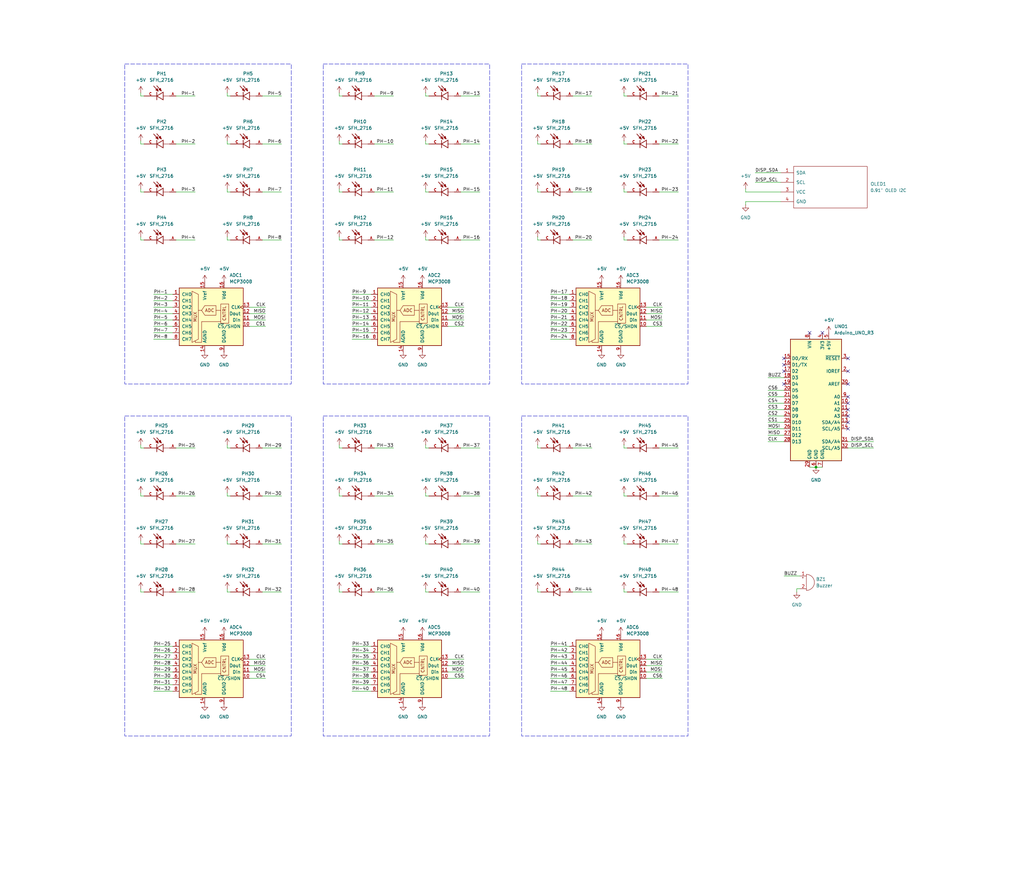
<source format=kicad_sch>
(kicad_sch (version 20231120) (generator "eeschema") (generator_version "8.0")
  (paper "User" 406.4 355.6)
  (junction (at 323.85 185.42))
  (no_connect (at 336.55 157.48))
  (no_connect (at 336.55 142.24))
  (no_connect (at 326.39 132.08))
  (no_connect (at 321.31 132.08))
  (no_connect (at 336.55 152.4))
  (no_connect (at 336.55 165.1))
  (no_connect (at 311.15 152.4))
  (no_connect (at 336.55 160.02))
  (no_connect (at 311.15 144.78))
  (no_connect (at 336.55 170.18))
  (no_connect (at 336.55 147.32))
  (no_connect (at 311.15 142.24))
  (no_connect (at 336.55 167.64))
  (no_connect (at 311.15 147.32))
  (no_connect (at 336.55 162.56))
  (wire (pts (xy 60.96 271.78) (xy 68.58 271.78)))
  (wire (pts (xy 139.7 274.32) (xy 147.32 274.32)))
  (wire (pts (xy 134.62 95.25) (xy 135.89 95.25)))
  (wire (pts (xy 256.54 129.54) (xy 262.89 129.54)))
  (wire (pts (xy 304.8 162.56) (xy 311.15 162.56)))
  (wire (pts (xy 227.33 95.25) (xy 234.95 95.25)))
  (wire (pts (xy 247.65 177.8) (xy 248.92 177.8)))
  (wire (pts (xy 60.96 261.62) (xy 68.58 261.62)))
  (wire (pts (xy 256.54 127) (xy 262.89 127)))
  (wire (pts (xy 99.06 129.54) (xy 105.41 129.54)))
  (wire (pts (xy 213.36 234.95) (xy 214.63 234.95)))
  (wire (pts (xy 256.54 124.46) (xy 262.89 124.46)))
  (wire (pts (xy 60.96 127) (xy 68.58 127)))
  (wire (pts (xy 60.96 266.7) (xy 68.58 266.7)))
  (wire (pts (xy 168.91 176.53) (xy 168.91 177.8)))
  (wire (pts (xy 295.91 76.2) (xy 309.88 76.2)))
  (wire (pts (xy 304.8 149.86) (xy 311.15 149.86)))
  (wire (pts (xy 90.17 214.63) (xy 90.17 215.9)))
  (wire (pts (xy 134.62 195.58) (xy 134.62 196.85)))
  (wire (pts (xy 247.65 74.93) (xy 247.65 76.2)))
  (wire (pts (xy 218.44 274.32) (xy 226.06 274.32)))
  (wire (pts (xy 182.88 38.1) (xy 190.5 38.1)))
  (wire (pts (xy 247.65 215.9) (xy 248.92 215.9)))
  (wire (pts (xy 321.31 185.42) (xy 323.85 185.42)))
  (wire (pts (xy 218.44 134.62) (xy 226.06 134.62)))
  (wire (pts (xy 218.44 266.7) (xy 226.06 266.7)))
  (wire (pts (xy 148.59 57.15) (xy 156.21 57.15)))
  (wire (pts (xy 139.7 271.78) (xy 147.32 271.78)))
  (wire (pts (xy 139.7 116.84) (xy 147.32 116.84)))
  (wire (pts (xy 55.88 93.98) (xy 55.88 95.25)))
  (wire (pts (xy 261.62 196.85) (xy 269.24 196.85)))
  (wire (pts (xy 55.88 215.9) (xy 57.15 215.9)))
  (wire (pts (xy 148.59 177.8) (xy 156.21 177.8)))
  (wire (pts (xy 213.36 95.25) (xy 214.63 95.25)))
  (wire (pts (xy 227.33 57.15) (xy 234.95 57.15)))
  (wire (pts (xy 139.7 124.46) (xy 147.32 124.46)))
  (wire (pts (xy 218.44 119.38) (xy 226.06 119.38)))
  (wire (pts (xy 134.62 93.98) (xy 134.62 95.25)))
  (wire (pts (xy 139.7 269.24) (xy 147.32 269.24)))
  (wire (pts (xy 168.91 74.93) (xy 168.91 76.2)))
  (wire (pts (xy 90.17 74.93) (xy 90.17 76.2)))
  (wire (pts (xy 60.96 121.92) (xy 68.58 121.92)))
  (wire (pts (xy 182.88 234.95) (xy 190.5 234.95)))
  (wire (pts (xy 213.36 93.98) (xy 213.36 95.25)))
  (wire (pts (xy 168.91 55.88) (xy 168.91 57.15)))
  (wire (pts (xy 139.7 259.08) (xy 147.32 259.08)))
  (wire (pts (xy 168.91 95.25) (xy 170.18 95.25)))
  (wire (pts (xy 55.88 196.85) (xy 57.15 196.85)))
  (wire (pts (xy 213.36 195.58) (xy 213.36 196.85)))
  (wire (pts (xy 218.44 124.46) (xy 226.06 124.46)))
  (wire (pts (xy 213.36 196.85) (xy 214.63 196.85)))
  (wire (pts (xy 168.91 177.8) (xy 170.18 177.8)))
  (wire (pts (xy 90.17 57.15) (xy 91.44 57.15)))
  (wire (pts (xy 247.65 195.58) (xy 247.65 196.85)))
  (wire (pts (xy 104.14 57.15) (xy 111.76 57.15)))
  (wire (pts (xy 99.06 261.62) (xy 105.41 261.62)))
  (wire (pts (xy 134.62 214.63) (xy 134.62 215.9)))
  (wire (pts (xy 134.62 57.15) (xy 135.89 57.15)))
  (wire (pts (xy 148.59 196.85) (xy 156.21 196.85)))
  (wire (pts (xy 134.62 176.53) (xy 134.62 177.8)))
  (wire (pts (xy 55.88 176.53) (xy 55.88 177.8)))
  (wire (pts (xy 256.54 266.7) (xy 262.89 266.7)))
  (wire (pts (xy 182.88 177.8) (xy 190.5 177.8)))
  (wire (pts (xy 218.44 261.62) (xy 226.06 261.62)))
  (wire (pts (xy 60.96 119.38) (xy 68.58 119.38)))
  (wire (pts (xy 182.88 196.85) (xy 190.5 196.85)))
  (wire (pts (xy 148.59 76.2) (xy 156.21 76.2)))
  (wire (pts (xy 177.8 266.7) (xy 184.15 266.7)))
  (wire (pts (xy 256.54 264.16) (xy 262.89 264.16)))
  (wire (pts (xy 90.17 36.83) (xy 90.17 38.1)))
  (wire (pts (xy 134.62 55.88) (xy 134.62 57.15)))
  (wire (pts (xy 261.62 177.8) (xy 269.24 177.8)))
  (wire (pts (xy 134.62 177.8) (xy 135.89 177.8)))
  (wire (pts (xy 168.91 76.2) (xy 170.18 76.2)))
  (wire (pts (xy 227.33 234.95) (xy 234.95 234.95)))
  (wire (pts (xy 295.91 80.01) (xy 309.88 80.01)))
  (wire (pts (xy 104.14 196.85) (xy 111.76 196.85)))
  (wire (pts (xy 139.7 121.92) (xy 147.32 121.92)))
  (wire (pts (xy 60.96 116.84) (xy 68.58 116.84)))
  (wire (pts (xy 55.88 177.8) (xy 57.15 177.8)))
  (wire (pts (xy 148.59 234.95) (xy 156.21 234.95)))
  (wire (pts (xy 182.88 57.15) (xy 190.5 57.15)))
  (wire (pts (xy 134.62 233.68) (xy 134.62 234.95)))
  (wire (pts (xy 218.44 129.54) (xy 226.06 129.54)))
  (wire (pts (xy 295.91 74.93) (xy 295.91 76.2)))
  (wire (pts (xy 247.65 196.85) (xy 248.92 196.85)))
  (wire (pts (xy 148.59 38.1) (xy 156.21 38.1)))
  (wire (pts (xy 182.88 95.25) (xy 190.5 95.25)))
  (wire (pts (xy 90.17 95.25) (xy 91.44 95.25)))
  (wire (pts (xy 99.06 121.92) (xy 105.41 121.92)))
  (wire (pts (xy 148.59 95.25) (xy 156.21 95.25)))
  (wire (pts (xy 218.44 127) (xy 226.06 127)))
  (wire (pts (xy 139.7 261.62) (xy 147.32 261.62)))
  (wire (pts (xy 213.36 55.88) (xy 213.36 57.15)))
  (wire (pts (xy 247.65 95.25) (xy 248.92 95.25)))
  (wire (pts (xy 218.44 121.92) (xy 226.06 121.92)))
  (wire (pts (xy 177.8 261.62) (xy 184.15 261.62)))
  (wire (pts (xy 55.88 95.25) (xy 57.15 95.25)))
  (wire (pts (xy 304.8 154.94) (xy 311.15 154.94)))
  (wire (pts (xy 177.8 269.24) (xy 184.15 269.24)))
  (wire (pts (xy 55.88 233.68) (xy 55.88 234.95)))
  (wire (pts (xy 304.8 160.02) (xy 311.15 160.02)))
  (wire (pts (xy 213.36 214.63) (xy 213.36 215.9)))
  (wire (pts (xy 139.7 256.54) (xy 147.32 256.54)))
  (wire (pts (xy 139.7 127) (xy 147.32 127)))
  (wire (pts (xy 168.91 214.63) (xy 168.91 215.9)))
  (wire (pts (xy 168.91 93.98) (xy 168.91 95.25)))
  (wire (pts (xy 218.44 132.08) (xy 226.06 132.08)))
  (wire (pts (xy 227.33 196.85) (xy 234.95 196.85)))
  (wire (pts (xy 134.62 36.83) (xy 134.62 38.1)))
  (wire (pts (xy 213.36 177.8) (xy 214.63 177.8)))
  (wire (pts (xy 182.88 76.2) (xy 190.5 76.2)))
  (wire (pts (xy 99.06 266.7) (xy 105.41 266.7)))
  (wire (pts (xy 69.85 57.15) (xy 77.47 57.15)))
  (wire (pts (xy 299.72 68.58) (xy 309.88 68.58)))
  (wire (pts (xy 299.72 72.39) (xy 309.88 72.39)))
  (wire (pts (xy 55.88 195.58) (xy 55.88 196.85)))
  (wire (pts (xy 213.36 176.53) (xy 213.36 177.8)))
  (wire (pts (xy 213.36 215.9) (xy 214.63 215.9)))
  (wire (pts (xy 55.88 55.88) (xy 55.88 57.15)))
  (wire (pts (xy 218.44 264.16) (xy 226.06 264.16)))
  (wire (pts (xy 168.91 38.1) (xy 170.18 38.1)))
  (wire (pts (xy 213.36 76.2) (xy 214.63 76.2)))
  (wire (pts (xy 227.33 177.8) (xy 234.95 177.8)))
  (wire (pts (xy 218.44 269.24) (xy 226.06 269.24)))
  (wire (pts (xy 99.06 269.24) (xy 105.41 269.24)))
  (wire (pts (xy 261.62 215.9) (xy 269.24 215.9)))
  (wire (pts (xy 256.54 269.24) (xy 262.89 269.24)))
  (wire (pts (xy 139.7 132.08) (xy 147.32 132.08)))
  (wire (pts (xy 99.06 127) (xy 105.41 127)))
  (wire (pts (xy 168.91 196.85) (xy 170.18 196.85)))
  (wire (pts (xy 90.17 55.88) (xy 90.17 57.15)))
  (wire (pts (xy 134.62 215.9) (xy 135.89 215.9)))
  (wire (pts (xy 60.96 132.08) (xy 68.58 132.08)))
  (wire (pts (xy 247.65 36.83) (xy 247.65 38.1)))
  (wire (pts (xy 55.88 36.83) (xy 55.88 38.1)))
  (wire (pts (xy 139.7 134.62) (xy 147.32 134.62)))
  (wire (pts (xy 218.44 116.84) (xy 226.06 116.84)))
  (wire (pts (xy 69.85 177.8) (xy 77.47 177.8)))
  (wire (pts (xy 316.23 233.68) (xy 317.5 233.68)))
  (wire (pts (xy 104.14 95.25) (xy 111.76 95.25)))
  (wire (pts (xy 168.91 36.83) (xy 168.91 38.1)))
  (wire (pts (xy 177.8 121.92) (xy 184.15 121.92)))
  (wire (pts (xy 90.17 196.85) (xy 91.44 196.85)))
  (wire (pts (xy 304.8 165.1) (xy 311.15 165.1)))
  (wire (pts (xy 104.14 38.1) (xy 111.76 38.1)))
  (wire (pts (xy 177.8 129.54) (xy 184.15 129.54)))
  (wire (pts (xy 261.62 38.1) (xy 269.24 38.1)))
  (wire (pts (xy 60.96 269.24) (xy 68.58 269.24)))
  (wire (pts (xy 213.36 38.1) (xy 214.63 38.1)))
  (wire (pts (xy 247.65 93.98) (xy 247.65 95.25)))
  (wire (pts (xy 213.36 233.68) (xy 213.36 234.95)))
  (wire (pts (xy 227.33 76.2) (xy 234.95 76.2)))
  (wire (pts (xy 60.96 129.54) (xy 68.58 129.54)))
  (wire (pts (xy 134.62 76.2) (xy 135.89 76.2)))
  (wire (pts (xy 60.96 259.08) (xy 68.58 259.08)))
  (wire (pts (xy 168.91 195.58) (xy 168.91 196.85)))
  (wire (pts (xy 60.96 256.54) (xy 68.58 256.54)))
  (wire (pts (xy 247.65 214.63) (xy 247.65 215.9)))
  (wire (pts (xy 316.23 234.95) (xy 316.23 233.68)))
  (wire (pts (xy 227.33 38.1) (xy 234.95 38.1)))
  (wire (pts (xy 311.15 228.6) (xy 317.5 228.6)))
  (wire (pts (xy 134.62 234.95) (xy 135.89 234.95)))
  (wire (pts (xy 134.62 74.93) (xy 134.62 76.2)))
  (wire (pts (xy 104.14 76.2) (xy 111.76 76.2)))
  (wire (pts (xy 90.17 38.1) (xy 91.44 38.1)))
  (wire (pts (xy 261.62 76.2) (xy 269.24 76.2)))
  (wire (pts (xy 218.44 271.78) (xy 226.06 271.78)))
  (wire (pts (xy 134.62 196.85) (xy 135.89 196.85)))
  (wire (pts (xy 213.36 36.83) (xy 213.36 38.1)))
  (wire (pts (xy 69.85 215.9) (xy 77.47 215.9)))
  (wire (pts (xy 168.91 215.9) (xy 170.18 215.9)))
  (wire (pts (xy 227.33 215.9) (xy 234.95 215.9)))
  (wire (pts (xy 247.65 233.68) (xy 247.65 234.95)))
  (wire (pts (xy 177.8 127) (xy 184.15 127)))
  (wire (pts (xy 336.55 175.26) (xy 346.71 175.26)))
  (wire (pts (xy 90.17 176.53) (xy 90.17 177.8)))
  (wire (pts (xy 60.96 264.16) (xy 68.58 264.16)))
  (wire (pts (xy 177.8 264.16) (xy 184.15 264.16)))
  (wire (pts (xy 304.8 167.64) (xy 311.15 167.64)))
  (wire (pts (xy 99.06 264.16) (xy 105.41 264.16)))
  (wire (pts (xy 304.8 157.48) (xy 311.15 157.48)))
  (wire (pts (xy 139.7 266.7) (xy 147.32 266.7)))
  (wire (pts (xy 99.06 124.46) (xy 105.41 124.46)))
  (wire (pts (xy 168.91 233.68) (xy 168.91 234.95)))
  (wire (pts (xy 90.17 177.8) (xy 91.44 177.8)))
  (wire (pts (xy 168.91 57.15) (xy 170.18 57.15)))
  (wire (pts (xy 247.65 38.1) (xy 248.92 38.1)))
  (wire (pts (xy 182.88 215.9) (xy 190.5 215.9)))
  (wire (pts (xy 69.85 76.2) (xy 77.47 76.2)))
  (wire (pts (xy 256.54 121.92) (xy 262.89 121.92)))
  (wire (pts (xy 139.7 129.54) (xy 147.32 129.54)))
  (wire (pts (xy 148.59 215.9) (xy 156.21 215.9)))
  (wire (pts (xy 336.55 177.8) (xy 346.71 177.8)))
  (wire (pts (xy 90.17 93.98) (xy 90.17 95.25)))
  (wire (pts (xy 213.36 57.15) (xy 214.63 57.15)))
  (wire (pts (xy 247.65 57.15) (xy 248.92 57.15)))
  (wire (pts (xy 168.91 234.95) (xy 170.18 234.95)))
  (wire (pts (xy 104.14 177.8) (xy 111.76 177.8)))
  (wire (pts (xy 90.17 233.68) (xy 90.17 234.95)))
  (wire (pts (xy 69.85 38.1) (xy 77.47 38.1)))
  (wire (pts (xy 139.7 119.38) (xy 147.32 119.38)))
  (wire (pts (xy 60.96 124.46) (xy 68.58 124.46)))
  (wire (pts (xy 134.62 38.1) (xy 135.89 38.1)))
  (wire (pts (xy 90.17 195.58) (xy 90.17 196.85)))
  (wire (pts (xy 60.96 274.32) (xy 68.58 274.32)))
  (wire (pts (xy 69.85 196.85) (xy 77.47 196.85)))
  (wire (pts (xy 295.91 81.28) (xy 295.91 80.01)))
  (wire (pts (xy 55.88 57.15) (xy 57.15 57.15)))
  (wire (pts (xy 247.65 55.88) (xy 247.65 57.15)))
  (wire (pts (xy 218.44 259.08) (xy 226.06 259.08)))
  (wire (pts (xy 55.88 74.93) (xy 55.88 76.2)))
  (wire (pts (xy 304.8 172.72) (xy 311.15 172.72)))
  (wire (pts (xy 104.14 215.9) (xy 111.76 215.9)))
  (wire (pts (xy 213.36 74.93) (xy 213.36 76.2)))
  (wire (pts (xy 304.8 170.18) (xy 311.15 170.18)))
  (wire (pts (xy 90.17 215.9) (xy 91.44 215.9)))
  (wire (pts (xy 60.96 134.62) (xy 68.58 134.62)))
  (wire (pts (xy 69.85 95.25) (xy 77.47 95.25)))
  (wire (pts (xy 218.44 256.54) (xy 226.06 256.54)))
  (wire (pts (xy 90.17 234.95) (xy 91.44 234.95)))
  (wire (pts (xy 247.65 234.95) (xy 248.92 234.95)))
  (wire (pts (xy 55.88 76.2) (xy 57.15 76.2)))
  (wire (pts (xy 55.88 214.63) (xy 55.88 215.9)))
  (wire (pts (xy 55.88 38.1) (xy 57.15 38.1)))
  (wire (pts (xy 90.17 76.2) (xy 91.44 76.2)))
  (wire (pts (xy 247.65 176.53) (xy 247.65 177.8)))
  (wire (pts (xy 55.88 234.95) (xy 57.15 234.95)))
  (wire (pts (xy 261.62 95.25) (xy 269.24 95.25)))
  (wire (pts (xy 261.62 57.15) (xy 269.24 57.15)))
  (wire (pts (xy 247.65 76.2) (xy 248.92 76.2)))
  (wire (pts (xy 177.8 124.46) (xy 184.15 124.46)))
  (wire (pts (xy 261.62 234.95) (xy 269.24 234.95)))
  (wire (pts (xy 304.8 175.26) (xy 311.15 175.26)))
  (wire (pts (xy 69.85 234.95) (xy 77.47 234.95)))
  (wire (pts (xy 104.14 234.95) (xy 111.76 234.95)))
  (wire (pts (xy 139.7 264.16) (xy 147.32 264.16)))
  (wire (pts (xy 256.54 261.62) (xy 262.89 261.62)))
  (wire (pts (xy 323.85 185.42) (xy 326.39 185.42)))
  (rectangle (start 207.01 165.1) (end 273.05 292.1) (stroke (width 0) (type dash)))
  (rectangle (start 49.53 165.1) (end 115.57 292.1) (stroke (width 0) (type dash)))
  (rectangle (start 207.01 25.4) (end 273.05 152.4) (stroke (width 0) (type dash)))
  (rectangle (start 128.27 165.1) (end 194.31 292.1) (stroke (width 0) (type dash)))
  (rectangle (start 128.27 25.4) (end 194.31 152.4) (stroke (width 0) (type dash)))
  (rectangle (start 49.53 25.4) (end 115.57 152.4) (stroke (width 0) (type dash)))
  (label "PH-40" (at 139.7 274.32 0))
  (label "PH-33" (at 156.21 177.8 180))
  (label "CS1" (at 304.8 167.64 0))
  (label "PH-27" (at 60.96 261.62 0))
  (label "PH-38" (at 139.7 269.24 0))
  (label "PH-38" (at 190.5 196.85 180))
  (label "PH-27" (at 77.47 215.9 180))
  (label "CS4" (at 304.8 160.02 0))
  (label "MISO" (at 105.41 124.46 180))
  (label "PH-5" (at 60.96 127 0))
  (label "PH-12" (at 139.7 124.46 0))
  (label "PH-18" (at 234.95 57.15 180))
  (label "PH-4" (at 77.47 95.25 180))
  (label "PH-34" (at 156.21 196.85 180))
  (label "PH-15" (at 190.5 76.2 180))
  (label "PH-28" (at 60.96 264.16 0))
  (label "PH-19" (at 234.95 76.2 180))
  (label "PH-16" (at 139.7 134.62 0))
  (label "PH-39" (at 139.7 271.78 0))
  (label "PH-2" (at 60.96 119.38 0))
  (label "PH-22" (at 269.24 57.15 180))
  (label "PH-10" (at 139.7 119.38 0))
  (label "CLK" (at 184.15 121.92 180))
  (label "PH-36" (at 156.21 234.95 180))
  (label "PH-47" (at 269.24 215.9 180))
  (label "PH-35" (at 139.7 261.62 0))
  (label "MISO" (at 304.8 172.72 0))
  (label "PH-22" (at 218.44 129.54 0))
  (label "PH-32" (at 111.76 234.95 180))
  (label "PH-1" (at 60.96 116.84 0))
  (label "PH-29" (at 60.96 266.7 0))
  (label "CLK" (at 184.15 261.62 180))
  (label "CLK" (at 262.89 121.92 180))
  (label "PH-8" (at 60.96 134.62 0))
  (label "PH-24" (at 269.24 95.25 180))
  (label "PH-9" (at 139.7 116.84 0))
  (label "CS2" (at 184.15 129.54 180))
  (label "MOSI" (at 262.89 266.7 180))
  (label "DISP_SDA" (at 346.71 175.26 180))
  (label "MOSI" (at 105.41 266.7 180))
  (label "PH-31" (at 60.96 271.78 0))
  (label "PH-30" (at 111.76 196.85 180))
  (label "PH-19" (at 218.44 121.92 0))
  (label "PH-47" (at 218.44 271.78 0))
  (label "PH-11" (at 156.21 76.2 180))
  (label "MOSI" (at 184.15 127 180))
  (label "PH-29" (at 111.76 177.8 180))
  (label "BUZZ" (at 304.8 149.86 0))
  (label "PH-41" (at 218.44 256.54 0))
  (label "PH-17" (at 234.95 38.1 180))
  (label "CS1" (at 105.41 129.54 180))
  (label "PH-4" (at 60.96 124.46 0))
  (label "PH-44" (at 218.44 264.16 0))
  (label "PH-25" (at 77.47 177.8 180))
  (label "BUZZ" (at 311.15 228.6 0))
  (label "PH-46" (at 218.44 269.24 0))
  (label "PH-39" (at 190.5 215.9 180))
  (label "PH-7" (at 111.76 76.2 180))
  (label "PH-35" (at 156.21 215.9 180))
  (label "CS6" (at 262.89 269.24 180))
  (label "CS6" (at 304.8 154.94 0))
  (label "PH-21" (at 269.24 38.1 180))
  (label "MOSI" (at 105.41 127 180))
  (label "PH-48" (at 218.44 274.32 0))
  (label "MISO" (at 184.15 264.16 180))
  (label "PH-30" (at 60.96 269.24 0))
  (label "PH-8" (at 111.76 95.25 180))
  (label "PH-13" (at 190.5 38.1 180))
  (label "PH-41" (at 234.95 177.8 180))
  (label "MOSI" (at 262.89 127 180))
  (label "PH-15" (at 139.7 132.08 0))
  (label "PH-36" (at 139.7 264.16 0))
  (label "PH-10" (at 156.21 57.15 180))
  (label "DISP_SCL" (at 299.72 72.39 0))
  (label "PH-33" (at 139.7 256.54 0))
  (label "MISO" (at 105.41 264.16 180))
  (label "PH-17" (at 218.44 116.84 0))
  (label "PH-45" (at 269.24 177.8 180))
  (label "PH-48" (at 269.24 234.95 180))
  (label "PH-26" (at 77.47 196.85 180))
  (label "PH-20" (at 234.95 95.25 180))
  (label "PH-42" (at 218.44 259.08 0))
  (label "PH-6" (at 111.76 57.15 180))
  (label "PH-25" (at 60.96 256.54 0))
  (label "PH-1" (at 77.47 38.1 180))
  (label "DISP_SCL" (at 346.71 177.8 180))
  (label "CS3" (at 304.8 162.56 0))
  (label "PH-43" (at 218.44 261.62 0))
  (label "PH-14" (at 190.5 57.15 180))
  (label "CLK" (at 105.41 261.62 180))
  (label "PH-28" (at 77.47 234.95 180))
  (label "PH-7" (at 60.96 132.08 0))
  (label "DISP_SDA" (at 299.72 68.58 0))
  (label "CS4" (at 105.41 269.24 180))
  (label "MISO" (at 184.15 124.46 180))
  (label "PH-18" (at 218.44 119.38 0))
  (label "PH-11" (at 139.7 121.92 0))
  (label "PH-43" (at 234.95 215.9 180))
  (label "PH-14" (at 139.7 129.54 0))
  (label "PH-5" (at 111.76 38.1 180))
  (label "CS5" (at 304.8 157.48 0))
  (label "CLK" (at 105.41 121.92 180))
  (label "PH-23" (at 269.24 76.2 180))
  (label "PH-40" (at 190.5 234.95 180))
  (label "PH-24" (at 218.44 134.62 0))
  (label "PH-46" (at 269.24 196.85 180))
  (label "PH-13" (at 139.7 127 0))
  (label "MISO" (at 262.89 264.16 180))
  (label "PH-23" (at 218.44 132.08 0))
  (label "PH-26" (at 60.96 259.08 0))
  (label "PH-45" (at 218.44 266.7 0))
  (label "CS2" (at 304.8 165.1 0))
  (label "PH-32" (at 60.96 274.32 0))
  (label "MISO" (at 262.89 124.46 180))
  (label "MOSI" (at 304.8 170.18 0))
  (label "PH-20" (at 218.44 124.46 0))
  (label "PH-34" (at 139.7 259.08 0))
  (label "PH-44" (at 234.95 234.95 180))
  (label "PH-42" (at 234.95 196.85 180))
  (label "PH-3" (at 77.47 76.2 180))
  (label "CS3" (at 262.89 129.54 180))
  (label "CLK" (at 304.8 175.26 0))
  (label "PH-9" (at 156.21 38.1 180))
  (label "CLK" (at 262.89 261.62 180))
  (label "PH-3" (at 60.96 121.92 0))
  (label "CS5" (at 184.15 269.24 180))
  (label "PH-6" (at 60.96 129.54 0))
  (label "PH-21" (at 218.44 127 0))
  (label "PH-12" (at 156.21 95.25 180))
  (label "PH-37" (at 139.7 266.7 0))
  (label "PH-37" (at 190.5 177.8 180))
  (label "PH-2" (at 77.47 57.15 180))
  (label "MOSI" (at 184.15 266.7 180))
  (label "PH-16" (at 190.5 95.25 180))
  (label "PH-31" (at 111.76 215.9 180))
  (symbol (lib_id "power:+5V") (at 247.65 214.63 0) (unit 1)
    (property "Reference" "#PWR071" (effects (hide yes)))
    (property "Value" "+5V" (at 247.65 209.55 0))
    (property "Description" "Power symbol creates a global label with name \"+5V\"" (effects (hide yes)))
  )
  (symbol (lib_id "SFH_2716:SFH_2716") (at 254 215.9 0) (mirror y) (unit 1)
    (property "Reference" "PH47" (at 255.8923 207.01 0))
    (property "Value" "SFH_2716" (at 255.8923 209.55 0))
    (property "Footprint" "SFH_2716:LEDC2012X100N" (effects (hide yes)))
    (property "PARTREV" "1.1" (effects (hide yes)))
    (property "STANDARD" "IPC-7351B" (effects (hide yes)))
    (property "MANUFACTURER" "OSRAM Opto Semiconductors Inc." (effects (hide yes)))
  )
  (symbol (lib_id "power:+5V") (at 247.65 195.58 0) (unit 1)
    (property "Reference" "#PWR070" (effects (hide yes)))
    (property "Value" "+5V" (at 247.65 190.5 0))
    (property "Description" "Power symbol creates a global label with name \"+5V\"" (effects (hide yes)))
  )
  (symbol (lib_id "power:+5V") (at 55.88 233.68 0) (unit 1)
    (property "Reference" "#PWR040" (effects (hide yes)))
    (property "Value" "+5V" (at 55.88 228.6 0))
    (property "Description" "Power symbol creates a global label with name \"+5V\"" (effects (hide yes)))
  )
  (symbol (lib_id "power:+5V") (at 168.91 176.53 0) (unit 1)
    (property "Reference" "#PWR057" (effects (hide yes)))
    (property "Value" "+5V" (at 168.91 171.45 0))
    (property "Description" "Power symbol creates a global label with name \"+5V\"" (effects (hide yes)))
  )
  (symbol (lib_id "SFH_2716:SFH_2716") (at 140.97 234.95 0) (mirror y) (unit 1)
    (property "Reference" "PH36" (at 142.8623 226.06 0))
    (property "Value" "SFH_2716" (at 142.8623 228.6 0))
    (property "Footprint" "SFH_2716:LEDC2012X100N" (effects (hide yes)))
    (property "PARTREV" "1.1" (effects (hide yes)))
    (property "STANDARD" "IPC-7351B" (effects (hide yes)))
    (property "MANUFACTURER" "OSRAM Opto Semiconductors Inc." (effects (hide yes)))
  )
  (symbol (lib_id "power:+5V") (at 88.9 251.46 0) (unit 1)
    (property "Reference" "#PWR043" (effects (hide yes)))
    (property "Value" "+5V" (at 88.9 246.38 0))
    (property "Description" "Power symbol creates a global label with name \"+5V\"" (effects (hide yes)))
  )
  (symbol (lib_id "Device:Buzzer") (at 320.04 231.14 0) (unit 1)
    (property "Reference" "BZ1" (at 323.85 229.8699 0) (effects (justify left)))
    (property "Value" "Buzzer" (at 323.85 232.4099 0) (effects (justify left)))
    (property "Footprint" "Buzzer_Beeper:Buzzer_12x9.5RM7.6" (effects (hide yes)))
    (property "Description" "Buzzer, polarized" (effects (hide yes)))
  )
  (symbol (lib_id "Analog_ADC:MCP3008") (at 83.82 264.16 0) (unit 1)
    (property "Reference" "ADC4" (at 91.0941 248.92 0) (effects (justify left)))
    (property "Value" "MCP3008" (at 91.0941 251.46 0) (effects (justify left)))
    (property "Footprint" "Package_SO:SOIC-16_3.9x9.9mm_P1.27mm" (effects (hide yes)))
    (property "Datasheet" "http://ww1.microchip.com/downloads/en/DeviceDoc/21295d.pdf" (effects (hide yes)))
    (property "Description" "A/D Converter, 10-Bit, 8-Channel, SPI Interface , 2.7V-5.5V" (effects (hide yes)))
  )
  (symbol (lib_id "SFH_2716:SFH_2716") (at 62.23 234.95 0) (mirror y) (unit 1)
    (property "Reference" "PH28" (at 64.1223 226.06 0))
    (property "Value" "SFH_2716" (at 64.1223 228.6 0))
    (property "Footprint" "SFH_2716:LEDC2012X100N" (effects (hide yes)))
    (property "PARTREV" "1.1" (effects (hide yes)))
    (property "STANDARD" "IPC-7351B" (effects (hide yes)))
    (property "MANUFACTURER" "OSRAM Opto Semiconductors Inc." (effects (hide yes)))
  )
  (symbol (lib_id "power:+5V") (at 328.93 132.08 0) (unit 1)
    (property "Reference" "#PWR0145" (effects (hide yes)))
    (property "Value" "+5V" (at 328.93 127 0))
    (property "Description" "Power symbol creates a global label with name \"+5V\"" (effects (hide yes)))
  )
  (symbol (lib_id "SFH_2716:SFH_2716") (at 96.52 38.1 0) (mirror y) (unit 1)
    (property "Reference" "PH5" (at 98.4123 29.21 0))
    (property "Value" "SFH_2716" (at 98.4123 31.75 0))
    (property "Footprint" "SFH_2716:LEDC2012X100N" (effects (hide yes)))
    (property "PARTREV" "1.1" (effects (hide yes)))
    (property "STANDARD" "IPC-7351B" (effects (hide yes)))
    (property "MANUFACTURER" "OSRAM Opto Semiconductors Inc." (effects (hide yes)))
  )
  (symbol (lib_id "MCU_Module:Arduino_UNO_R3") (at 323.85 157.48 0) (unit 1)
    (property "Reference" "UNO1" (at 331.1241 129.54 0) (effects (justify left)))
    (property "Value" "Arduino_UNO_R3" (at 331.1241 132.08 0) (effects (justify left)))
    (property "Footprint" "Module:Arduino_UNO_R3" (effects (hide yes)))
    (property "Datasheet" "https://www.arduino.cc/en/Main/arduinoBoardUno" (effects (hide yes)))
    (property "Description" "Arduino UNO Microcontroller Module, release 3" (effects (hide yes)))
  )
  (symbol (lib_id "power:+5V") (at 55.88 214.63 0) (unit 1)
    (property "Reference" "#PWR039" (effects (hide yes)))
    (property "Value" "+5V" (at 55.88 209.55 0))
    (property "Description" "Power symbol creates a global label with name \"+5V\"" (effects (hide yes)))
  )
  (symbol (lib_id "power:+5V") (at 90.17 233.68 0) (unit 1)
    (property "Reference" "#PWR048" (effects (hide yes)))
    (property "Value" "+5V" (at 90.17 228.6 0))
    (property "Description" "Power symbol creates a global label with name \"+5V\"" (effects (hide yes)))
  )
  (symbol (lib_id "power:+5V") (at 168.91 36.83 0) (unit 1)
    (property "Reference" "#PWR017" (effects (hide yes)))
    (property "Value" "+5V" (at 168.91 31.75 0))
    (property "Description" "Power symbol creates a global label with name \"+5V\"" (effects (hide yes)))
  )
  (symbol (lib_id "SFH_2716:SFH_2716") (at 175.26 177.8 0) (mirror y) (unit 1)
    (property "Reference" "PH37" (at 177.1523 168.91 0))
    (property "Value" "SFH_2716" (at 177.1523 171.45 0))
    (property "Footprint" "SFH_2716:LEDC2012X100N" (effects (hide yes)))
    (property "PARTREV" "1.1" (effects (hide yes)))
    (property "STANDARD" "IPC-7351B" (effects (hide yes)))
    (property "MANUFACTURER" "OSRAM Opto Semiconductors Inc." (effects (hide yes)))
  )
  (symbol (lib_id "power:+5V") (at 213.36 214.63 0) (unit 1)
    (property "Reference" "#PWR063" (effects (hide yes)))
    (property "Value" "+5V" (at 213.36 209.55 0))
    (property "Description" "Power symbol creates a global label with name \"+5V\"" (effects (hide yes)))
  )
  (symbol (lib_id "power:+5V") (at 168.91 74.93 0) (unit 1)
    (property "Reference" "#PWR019" (effects (hide yes)))
    (property "Value" "+5V" (at 168.91 69.85 0))
    (property "Description" "Power symbol creates a global label with name \"+5V\"" (effects (hide yes)))
  )
  (symbol (lib_id "power:+5V") (at 247.65 93.98 0) (unit 1)
    (property "Reference" "#PWR036" (effects (hide yes)))
    (property "Value" "+5V" (at 247.65 88.9 0))
    (property "Description" "Power symbol creates a global label with name \"+5V\"" (effects (hide yes)))
  )
  (symbol (lib_id "SFH_2716:SFH_2716") (at 140.97 95.25 0) (mirror y) (unit 1)
    (property "Reference" "PH12" (at 142.8623 86.36 0))
    (property "Value" "SFH_2716" (at 142.8623 88.9 0))
    (property "Footprint" "SFH_2716:LEDC2012X100N" (effects (hide yes)))
    (property "PARTREV" "1.1" (effects (hide yes)))
    (property "STANDARD" "IPC-7351B" (effects (hide yes)))
    (property "MANUFACTURER" "OSRAM Opto Semiconductors Inc." (effects (hide yes)))
  )
  (symbol (lib_id "SFH_2716:SFH_2716") (at 62.23 76.2 0) (mirror y) (unit 1)
    (property "Reference" "PH3" (at 64.1223 67.31 0))
    (property "Value" "SFH_2716" (at 64.1223 69.85 0))
    (property "Footprint" "SFH_2716:LEDC2012X100N" (effects (hide yes)))
    (property "PARTREV" "1.1" (effects (hide yes)))
    (property "STANDARD" "IPC-7351B" (effects (hide yes)))
    (property "MANUFACTURER" "OSRAM Opto Semiconductors Inc." (effects (hide yes)))
  )
  (symbol (lib_id "power:+5V") (at 88.9 111.76 0) (unit 1)
    (property "Reference" "#PWR024" (effects (hide yes)))
    (property "Value" "+5V" (at 88.9 106.68 0))
    (property "Description" "Power symbol creates a global label with name \"+5V\"" (effects (hide yes)))
  )
  (symbol (lib_id "power:GND") (at 88.9 279.4 0) (unit 1)
    (property "Reference" "#PWR044" (effects (hide yes)))
    (property "Value" "GND" (at 88.9 284.48 0))
    (property "Description" "Power symbol creates a global label with name \"GND\" , ground" (effects (hide yes)))
  )
  (symbol (lib_id "power:GND") (at 238.76 139.7 0) (unit 1)
    (property "Reference" "#PWR030" (effects (hide yes)))
    (property "Value" "GND" (at 238.76 144.78 0))
    (property "Description" "Power symbol creates a global label with name \"GND\" , ground" (effects (hide yes)))
  )
  (symbol (lib_id "power:+5V") (at 90.17 93.98 0) (unit 1)
    (property "Reference" "#PWR016" (effects (hide yes)))
    (property "Value" "+5V" (at 90.17 88.9 0))
    (property "Description" "Power symbol creates a global label with name \"+5V\"" (effects (hide yes)))
  )
  (symbol (lib_id "SFH_2716:SFH_2716") (at 219.71 215.9 0) (mirror y) (unit 1)
    (property "Reference" "PH43" (at 221.6023 207.01 0))
    (property "Value" "SFH_2716" (at 221.6023 209.55 0))
    (property "Footprint" "SFH_2716:LEDC2012X100N" (effects (hide yes)))
    (property "PARTREV" "1.1" (effects (hide yes)))
    (property "STANDARD" "IPC-7351B" (effects (hide yes)))
    (property "MANUFACTURER" "OSRAM Opto Semiconductors Inc." (effects (hide yes)))
  )
  (symbol (lib_id "power:+5V") (at 90.17 176.53 0) (unit 1)
    (property "Reference" "#PWR045" (effects (hide yes)))
    (property "Value" "+5V" (at 90.17 171.45 0))
    (property "Description" "Power symbol creates a global label with name \"+5V\"" (effects (hide yes)))
  )
  (symbol (lib_id "SFH_2716:SFH_2716") (at 254 177.8 0) (mirror y) (unit 1)
    (property "Reference" "PH45" (at 255.8923 168.91 0))
    (property "Value" "SFH_2716" (at 255.8923 171.45 0))
    (property "Footprint" "SFH_2716:LEDC2012X100N" (effects (hide yes)))
    (property "PARTREV" "1.1" (effects (hide yes)))
    (property "STANDARD" "IPC-7351B" (effects (hide yes)))
    (property "MANUFACTURER" "OSRAM Opto Semiconductors Inc." (effects (hide yes)))
  )
  (symbol (lib_id "SFH_2716:SFH_2716") (at 219.71 95.25 0) (mirror y) (unit 1)
    (property "Reference" "PH20" (at 221.6023 86.36 0))
    (property "Value" "SFH_2716" (at 221.6023 88.9 0))
    (property "Footprint" "SFH_2716:LEDC2012X100N" (effects (hide yes)))
    (property "PARTREV" "1.1" (effects (hide yes)))
    (property "STANDARD" "IPC-7351B" (effects (hide yes)))
    (property "MANUFACTURER" "OSRAM Opto Semiconductors Inc." (effects (hide yes)))
  )
  (symbol (lib_id "Analog_ADC:MCP3008") (at 83.82 124.46 0) (unit 1)
    (property "Reference" "ADC1" (at 91.0941 109.22 0) (effects (justify left)))
    (property "Value" "MCP3008" (at 91.0941 111.76 0) (effects (justify left)))
    (property "Footprint" "Package_SO:SOIC-16_3.9x9.9mm_P1.27mm" (effects (hide yes)))
    (property "Datasheet" "http://ww1.microchip.com/downloads/en/DeviceDoc/21295d.pdf" (effects (hide yes)))
    (property "Description" "A/D Converter, 10-Bit, 8-Channel, SPI Interface , 2.7V-5.5V" (effects (hide yes)))
  )
  (symbol (lib_id "power:GND") (at 246.38 139.7 0) (unit 1)
    (property "Reference" "#PWR032" (effects (hide yes)))
    (property "Value" "GND" (at 246.38 144.78 0))
    (property "Description" "Power symbol creates a global label with name \"GND\" , ground" (effects (hide yes)))
  )
  (symbol (lib_id "power:GND") (at 323.85 185.42 0) (unit 1)
    (property "Reference" "#PWR0146" (effects (hide yes)))
    (property "Value" "GND" (at 323.85 190.5 0))
    (property "Description" "Power symbol creates a global label with name \"GND\" , ground" (effects (hide yes)))
  )
  (symbol (lib_id "power:+5V") (at 213.36 55.88 0) (unit 1)
    (property "Reference" "#PWR026" (effects (hide yes)))
    (property "Value" "+5V" (at 213.36 50.8 0))
    (property "Description" "Power symbol creates a global label with name \"+5V\"" (effects (hide yes)))
  )
  (symbol (lib_id "power:+5V") (at 247.65 74.93 0) (unit 1)
    (property "Reference" "#PWR035" (effects (hide yes)))
    (property "Value" "+5V" (at 247.65 69.85 0))
    (property "Description" "Power symbol creates a global label with name \"+5V\"" (effects (hide yes)))
  )
  (symbol (lib_id "SFH_2716:SFH_2716") (at 175.26 215.9 0) (mirror y) (unit 1)
    (property "Reference" "PH39" (at 177.1523 207.01 0))
    (property "Value" "SFH_2716" (at 177.1523 209.55 0))
    (property "Footprint" "SFH_2716:LEDC2012X100N" (effects (hide yes)))
    (property "PARTREV" "1.1" (effects (hide yes)))
    (property "STANDARD" "IPC-7351B" (effects (hide yes)))
    (property "MANUFACTURER" "OSRAM Opto Semiconductors Inc." (effects (hide yes)))
  )
  (symbol (lib_id "power:+5V") (at 168.91 214.63 0) (unit 1)
    (property "Reference" "#PWR059" (effects (hide yes)))
    (property "Value" "+5V" (at 168.91 209.55 0))
    (property "Description" "Power symbol creates a global label with name \"+5V\"" (effects (hide yes)))
  )
  (symbol (lib_id "power:+5V") (at 238.76 111.76 0) (unit 1)
    (property "Reference" "#PWR029" (effects (hide yes)))
    (property "Value" "+5V" (at 238.76 106.68 0))
    (property "Description" "Power symbol creates a global label with name \"+5V\"" (effects (hide yes)))
  )
  (symbol (lib_id "SFH_2716:SFH_2716") (at 219.71 234.95 0) (mirror y) (unit 1)
    (property "Reference" "PH44" (at 221.6023 226.06 0))
    (property "Value" "SFH_2716" (at 221.6023 228.6 0))
    (property "Footprint" "SFH_2716:LEDC2012X100N" (effects (hide yes)))
    (property "PARTREV" "1.1" (effects (hide yes)))
    (property "STANDARD" "IPC-7351B" (effects (hide yes)))
    (property "MANUFACTURER" "OSRAM Opto Semiconductors Inc." (effects (hide yes)))
  )
  (symbol (lib_id "power:+5V") (at 213.36 233.68 0) (unit 1)
    (property "Reference" "#PWR064" (effects (hide yes)))
    (property "Value" "+5V" (at 213.36 228.6 0))
    (property "Description" "Power symbol creates a global label with name \"+5V\"" (effects (hide yes)))
  )
  (symbol (lib_id "SFH_2716:SFH_2716") (at 96.52 196.85 0) (mirror y) (unit 1)
    (property "Reference" "PH30" (at 98.4123 187.96 0))
    (property "Value" "SFH_2716" (at 98.4123 190.5 0))
    (property "Footprint" "SFH_2716:LEDC2012X100N" (effects (hide yes)))
    (property "PARTREV" "1.1" (effects (hide yes)))
    (property "STANDARD" "IPC-7351B" (effects (hide yes)))
    (property "MANUFACTURER" "OSRAM Opto Semiconductors Inc." (effects (hide yes)))
  )
  (symbol (lib_id "SFH_2716:SFH_2716") (at 62.23 38.1 0) (mirror y) (unit 1)
    (property "Reference" "PH1" (at 64.1223 29.21 0))
    (property "Value" "SFH_2716" (at 64.1223 31.75 0))
    (property "Footprint" "SFH_2716:LEDC2012X100N" (effects (hide yes)))
    (property "PARTREV" "1.1" (effects (hide yes)))
    (property "STANDARD" "IPC-7351B" (effects (hide yes)))
    (property "MANUFACTURER" "OSRAM Opto Semiconductors Inc." (effects (hide yes)))
  )
  (symbol (lib_id "power:+5V") (at 295.91 74.93 0) (unit 1)
    (property "Reference" "#PWR073" (effects (hide yes)))
    (property "Value" "+5V" (at 295.91 69.85 0))
    (property "Description" "Power symbol creates a global label with name \"+5V\"" (effects (hide yes)))
  )
  (symbol (lib_id "power:GND") (at 167.64 279.4 0) (unit 1)
    (property "Reference" "#PWR056" (effects (hide yes)))
    (property "Value" "GND" (at 167.64 284.48 0))
    (property "Description" "Power symbol creates a global label with name \"GND\" , ground" (effects (hide yes)))
  )
  (symbol (lib_id "power:+5V") (at 213.36 74.93 0) (unit 1)
    (property "Reference" "#PWR027" (effects (hide yes)))
    (property "Value" "+5V" (at 213.36 69.85 0))
    (property "Description" "Power symbol creates a global label with name \"+5V\"" (effects (hide yes)))
  )
  (symbol (lib_id "power:GND") (at 160.02 279.4 0) (unit 1)
    (property "Reference" "#PWR054" (effects (hide yes)))
    (property "Value" "GND" (at 160.02 284.48 0))
    (property "Description" "Power symbol creates a global label with name \"GND\" , ground" (effects (hide yes)))
  )
  (symbol (lib_id "SFH_2716:SFH_2716") (at 219.71 76.2 0) (mirror y) (unit 1)
    (property "Reference" "PH19" (at 221.6023 67.31 0))
    (property "Value" "SFH_2716" (at 221.6023 69.85 0))
    (property "Footprint" "SFH_2716:LEDC2012X100N" (effects (hide yes)))
    (property "PARTREV" "1.1" (effects (hide yes)))
    (property "STANDARD" "IPC-7351B" (effects (hide yes)))
    (property "MANUFACTURER" "OSRAM Opto Semiconductors Inc." (effects (hide yes)))
  )
  (symbol (lib_id "SFH_2716:SFH_2716") (at 140.97 57.15 0) (mirror y) (unit 1)
    (property "Reference" "PH10" (at 142.8623 48.26 0))
    (property "Value" "SFH_2716" (at 142.8623 50.8 0))
    (property "Footprint" "SFH_2716:LEDC2012X100N" (effects (hide yes)))
    (property "PARTREV" "1.1" (effects (hide yes)))
    (property "STANDARD" "IPC-7351B" (effects (hide yes)))
    (property "MANUFACTURER" "OSRAM Opto Semiconductors Inc." (effects (hide yes)))
  )
  (symbol (lib_id "power:+5V") (at 134.62 74.93 0) (unit 1)
    (property "Reference" "#PWR03" (effects (hide yes)))
    (property "Value" "+5V" (at 134.62 69.85 0))
    (property "Description" "Power symbol creates a global label with name \"+5V\"" (effects (hide yes)))
  )
  (symbol (lib_id "power:+5V") (at 168.91 55.88 0) (unit 1)
    (property "Reference" "#PWR018" (effects (hide yes)))
    (property "Value" "+5V" (at 168.91 50.8 0))
    (property "Description" "Power symbol creates a global label with name \"+5V\"" (effects (hide yes)))
  )
  (symbol (lib_id "power:GND") (at 167.64 139.7 0) (unit 1)
    (property "Reference" "#PWR012" (effects (hide yes)))
    (property "Value" "GND" (at 167.64 144.78 0))
    (property "Description" "Power symbol creates a global label with name \"GND\" , ground" (effects (hide yes)))
  )
  (symbol (lib_id "SFH_2716:SFH_2716") (at 219.71 57.15 0) (mirror y) (unit 1)
    (property "Reference" "PH18" (at 221.6023 48.26 0))
    (property "Value" "SFH_2716" (at 221.6023 50.8 0))
    (property "Footprint" "SFH_2716:LEDC2012X100N" (effects (hide yes)))
    (property "PARTREV" "1.1" (effects (hide yes)))
    (property "STANDARD" "IPC-7351B" (effects (hide yes)))
    (property "MANUFACTURER" "OSRAM Opto Semiconductors Inc." (effects (hide yes)))
  )
  (symbol (lib_id "power:+5V") (at 247.65 55.88 0) (unit 1)
    (property "Reference" "#PWR034" (effects (hide yes)))
    (property "Value" "+5V" (at 247.65 50.8 0))
    (property "Description" "Power symbol creates a global label with name \"+5V\"" (effects (hide yes)))
  )
  (symbol (lib_id "power:+5V") (at 134.62 93.98 0) (unit 1)
    (property "Reference" "#PWR04" (effects (hide yes)))
    (property "Value" "+5V" (at 134.62 88.9 0))
    (property "Description" "Power symbol creates a global label with name \"+5V\"" (effects (hide yes)))
  )
  (symbol (lib_id "power:GND") (at 295.91 81.28 0) (unit 1)
    (property "Reference" "#PWR074" (effects (hide yes)))
    (property "Value" "GND" (at 295.91 86.36 0))
    (property "Description" "Power symbol creates a global label with name \"GND\" , ground" (effects (hide yes)))
  )
  (symbol (lib_id "power:GND") (at 316.23 234.95 0) (unit 1)
    (property "Reference" "#PWR075" (effects (hide yes)))
    (property "Value" "GND" (at 316.23 240.03 0))
    (property "Description" "Power symbol creates a global label with name \"GND\" , ground" (effects (hide yes)))
  )
  (symbol (lib_id "power:+5V") (at 55.88 195.58 0) (unit 1)
    (property "Reference" "#PWR038" (effects (hide yes)))
    (property "Value" "+5V" (at 55.88 190.5 0))
    (property "Description" "Power symbol creates a global label with name \"+5V\"" (effects (hide yes)))
  )
  (symbol (lib_id "SFH_2716:SFH_2716") (at 96.52 76.2 0) (mirror y) (unit 1)
    (property "Reference" "PH7" (at 98.4123 67.31 0))
    (property "Value" "SFH_2716" (at 98.4123 69.85 0))
    (property "Footprint" "SFH_2716:LEDC2012X100N" (effects (hide yes)))
    (property "PARTREV" "1.1" (effects (hide yes)))
    (property "STANDARD" "IPC-7351B" (effects (hide yes)))
    (property "MANUFACTURER" "OSRAM Opto Semiconductors Inc." (effects (hide yes)))
  )
  (symbol (lib_id "power:+5V") (at 168.91 93.98 0) (unit 1)
    (property "Reference" "#PWR020" (effects (hide yes)))
    (property "Value" "+5V" (at 168.91 88.9 0))
    (property "Description" "Power symbol creates a global label with name \"+5V\"" (effects (hide yes)))
  )
  (symbol (lib_id "SFH_2716:SFH_2716") (at 175.26 234.95 0) (mirror y) (unit 1)
    (property "Reference" "PH40" (at 177.1523 226.06 0))
    (property "Value" "SFH_2716" (at 177.1523 228.6 0))
    (property "Footprint" "SFH_2716:LEDC2012X100N" (effects (hide yes)))
    (property "PARTREV" "1.1" (effects (hide yes)))
    (property "STANDARD" "IPC-7351B" (effects (hide yes)))
    (property "MANUFACTURER" "OSRAM Opto Semiconductors Inc." (effects (hide yes)))
  )
  (symbol (lib_id "power:GND") (at 81.28 279.4 0) (unit 1)
    (property "Reference" "#PWR042" (effects (hide yes)))
    (property "Value" "GND" (at 81.28 284.48 0))
    (property "Description" "Power symbol creates a global label with name \"GND\" , ground" (effects (hide yes)))
  )
  (symbol (lib_id "power:+5V") (at 134.62 195.58 0) (unit 1)
    (property "Reference" "#PWR050" (effects (hide yes)))
    (property "Value" "+5V" (at 134.62 190.5 0))
    (property "Description" "Power symbol creates a global label with name \"+5V\"" (effects (hide yes)))
  )
  (symbol (lib_id "power:GND") (at 81.28 139.7 0) (unit 1)
    (property "Reference" "#PWR021" (effects (hide yes)))
    (property "Value" "GND" (at 81.28 144.78 0))
    (property "Description" "Power symbol creates a global label with name \"GND\" , ground" (effects (hide yes)))
  )
  (symbol (lib_id "power:+5V") (at 213.36 36.83 0) (unit 1)
    (property "Reference" "#PWR025" (effects (hide yes)))
    (property "Value" "+5V" (at 213.36 31.75 0))
    (property "Description" "Power symbol creates a global label with name \"+5V\"" (effects (hide yes)))
  )
  (symbol (lib_id "SFH_2716:SFH_2716") (at 62.23 57.15 0) (mirror y) (unit 1)
    (property "Reference" "PH2" (at 64.1223 48.26 0))
    (property "Value" "SFH_2716" (at 64.1223 50.8 0))
    (property "Footprint" "SFH_2716:LEDC2012X100N" (effects (hide yes)))
    (property "PARTREV" "1.1" (effects (hide yes)))
    (property "STANDARD" "IPC-7351B" (effects (hide yes)))
    (property "MANUFACTURER" "OSRAM Opto Semiconductors Inc." (effects (hide yes)))
  )
  (symbol (lib_id "power:+5V") (at 90.17 195.58 0) (unit 1)
    (property "Reference" "#PWR046" (effects (hide yes)))
    (property "Value" "+5V" (at 90.17 190.5 0))
    (property "Description" "Power symbol creates a global label with name \"+5V\"" (effects (hide yes)))
  )
  (symbol (lib_id "power:+5V") (at 246.38 111.76 0) (unit 1)
    (property "Reference" "#PWR031" (effects (hide yes)))
    (property "Value" "+5V" (at 246.38 106.68 0))
    (property "Description" "Power symbol creates a global label with name \"+5V\"" (effects (hide yes)))
  )
  (symbol (lib_id "power:+5V") (at 160.02 251.46 0) (unit 1)
    (property "Reference" "#PWR053" (effects (hide yes)))
    (property "Value" "+5V" (at 160.02 246.38 0))
    (property "Description" "Power symbol creates a global label with name \"+5V\"" (effects (hide yes)))
  )
  (symbol (lib_id "power:+5V") (at 167.64 251.46 0) (unit 1)
    (property "Reference" "#PWR055" (effects (hide yes)))
    (property "Value" "+5V" (at 167.64 246.38 0))
    (property "Description" "Power symbol creates a global label with name \"+5V\"" (effects (hide yes)))
  )
  (symbol (lib_id "SFH_2716:SFH_2716") (at 62.23 215.9 0) (mirror y) (unit 1)
    (property "Reference" "PH27" (at 64.1223 207.01 0))
    (property "Value" "SFH_2716" (at 64.1223 209.55 0))
    (property "Footprint" "SFH_2716:LEDC2012X100N" (effects (hide yes)))
    (property "PARTREV" "1.1" (effects (hide yes)))
    (property "STANDARD" "IPC-7351B" (effects (hide yes)))
    (property "MANUFACTURER" "OSRAM Opto Semiconductors Inc." (effects (hide yes)))
  )
  (symbol (lib_id "SFH_2716:SFH_2716") (at 254 196.85 0) (mirror y) (unit 1)
    (property "Reference" "PH46" (at 255.8923 187.96 0))
    (property "Value" "SFH_2716" (at 255.8923 190.5 0))
    (property "Footprint" "SFH_2716:LEDC2012X100N" (effects (hide yes)))
    (property "PARTREV" "1.1" (effects (hide yes)))
    (property "STANDARD" "IPC-7351B" (effects (hide yes)))
    (property "MANUFACTURER" "OSRAM Opto Semiconductors Inc." (effects (hide yes)))
  )
  (symbol (lib_id "power:+5V") (at 238.76 251.46 0) (unit 1)
    (property "Reference" "#PWR065" (effects (hide yes)))
    (property "Value" "+5V" (at 238.76 246.38 0))
    (property "Description" "Power symbol creates a global label with name \"+5V\"" (effects (hide yes)))
  )
  (symbol (lib_id "SFH_2716:SFH_2716") (at 96.52 234.95 0) (mirror y) (unit 1)
    (property "Reference" "PH32" (at 98.4123 226.06 0))
    (property "Value" "SFH_2716" (at 98.4123 228.6 0))
    (property "Footprint" "SFH_2716:LEDC2012X100N" (effects (hide yes)))
    (property "PARTREV" "1.1" (effects (hide yes)))
    (property "STANDARD" "IPC-7351B" (effects (hide yes)))
    (property "MANUFACTURER" "OSRAM Opto Semiconductors Inc." (effects (hide yes)))
  )
  (symbol (lib_id "power:+5V") (at 168.91 233.68 0) (unit 1)
    (property "Reference" "#PWR060" (effects (hide yes)))
    (property "Value" "+5V" (at 168.91 228.6 0))
    (property "Description" "Power symbol creates a global label with name \"+5V\"" (effects (hide yes)))
  )
  (symbol (lib_id "power:+5V") (at 160.02 111.76 0) (unit 1)
    (property "Reference" "#PWR09" (effects (hide yes)))
    (property "Value" "+5V" (at 160.02 106.68 0))
    (property "Description" "Power symbol creates a global label with name \"+5V\"" (effects (hide yes)))
  )
  (symbol (lib_id "power:+5V") (at 55.88 93.98 0) (unit 1)
    (property "Reference" "#PWR08" (effects (hide yes)))
    (property "Value" "+5V" (at 55.88 88.9 0))
    (property "Description" "Power symbol creates a global label with name \"+5V\"" (effects (hide yes)))
  )
  (symbol (lib_id "SFH_2716:SFH_2716") (at 62.23 177.8 0) (mirror y) (unit 1)
    (property "Reference" "PH25" (at 64.1223 168.91 0))
    (property "Value" "SFH_2716" (at 64.1223 171.45 0))
    (property "Footprint" "SFH_2716:LEDC2012X100N" (effects (hide yes)))
    (property "PARTREV" "1.1" (effects (hide yes)))
    (property "STANDARD" "IPC-7351B" (effects (hide yes)))
    (property "MANUFACTURER" "OSRAM Opto Semiconductors Inc." (effects (hide yes)))
  )
  (symbol (lib_id "SFH_2716:SFH_2716") (at 140.97 38.1 0) (mirror y) (unit 1)
    (property "Reference" "PH9" (at 142.8623 29.21 0))
    (property "Value" "SFH_2716" (at 142.8623 31.75 0))
    (property "Footprint" "SFH_2716:LEDC2012X100N" (effects (hide yes)))
    (property "PARTREV" "1.1" (effects (hide yes)))
    (property "STANDARD" "IPC-7351B" (effects (hide yes)))
    (property "MANUFACTURER" "OSRAM Opto Semiconductors Inc." (effects (hide yes)))
  )
  (symbol (lib_id "Analog_ADC:MCP3008") (at 241.3 124.46 0) (unit 1)
    (property "Reference" "ADC3" (at 248.5741 109.22 0) (effects (justify left)))
    (property "Value" "MCP3008" (at 248.5741 111.76 0) (effects (justify left)))
    (property "Footprint" "Package_SO:SOIC-16_3.9x9.9mm_P1.27mm" (effects (hide yes)))
    (property "Datasheet" "http://ww1.microchip.com/downloads/en/DeviceDoc/21295d.pdf" (effects (hide yes)))
    (property "Description" "A/D Converter, 10-Bit, 8-Channel, SPI Interface , 2.7V-5.5V" (effects (hide yes)))
  )
  (symbol (lib_id "power:+5V") (at 134.62 214.63 0) (unit 1)
    (property "Reference" "#PWR051" (effects (hide yes)))
    (property "Value" "+5V" (at 134.62 209.55 0))
    (property "Description" "Power symbol creates a global label with name \"+5V\"" (effects (hide yes)))
  )
  (symbol (lib_id "OLED:OLED") (at 328.93 74.93 0) (unit 1)
    (property "Reference" "OLED1" (at 345.44 73.025 0) (effects (font (size 1.2954 1.2954)) (justify left)))
    (property "Value" "0.91\" OLED I2C" (at 345.44 75.565 0) (effects (font (size 1.1938 1.1938)) (justify left)))
    (property "Footprint" "OLED:OLED" (effects (hide yes)))
  )
  (symbol (lib_id "SFH_2716:SFH_2716") (at 175.26 196.85 0) (mirror y) (unit 1)
    (property "Reference" "PH38" (at 177.1523 187.96 0))
    (property "Value" "SFH_2716" (at 177.1523 190.5 0))
    (property "Footprint" "SFH_2716:LEDC2012X100N" (effects (hide yes)))
    (property "PARTREV" "1.1" (effects (hide yes)))
    (property "STANDARD" "IPC-7351B" (effects (hide yes)))
    (property "MANUFACTURER" "OSRAM Opto Semiconductors Inc." (effects (hide yes)))
  )
  (symbol (lib_id "SFH_2716:SFH_2716") (at 254 57.15 0) (mirror y) (unit 1)
    (property "Reference" "PH22" (at 255.8923 48.26 0))
    (property "Value" "SFH_2716" (at 255.8923 50.8 0))
    (property "Footprint" "SFH_2716:LEDC2012X100N" (effects (hide yes)))
    (property "PARTREV" "1.1" (effects (hide yes)))
    (property "STANDARD" "IPC-7351B" (effects (hide yes)))
    (property "MANUFACTURER" "OSRAM Opto Semiconductors Inc." (effects (hide yes)))
  )
  (symbol (lib_id "SFH_2716:SFH_2716") (at 62.23 95.25 0) (mirror y) (unit 1)
    (property "Reference" "PH4" (at 64.1223 86.36 0))
    (property "Value" "SFH_2716" (at 64.1223 88.9 0))
    (property "Footprint" "SFH_2716:LEDC2012X100N" (effects (hide yes)))
    (property "PARTREV" "1.1" (effects (hide yes)))
    (property "STANDARD" "IPC-7351B" (effects (hide yes)))
    (property "MANUFACTURER" "OSRAM Opto Semiconductors Inc." (effects (hide yes)))
  )
  (symbol (lib_id "SFH_2716:SFH_2716") (at 96.52 95.25 0) (mirror y) (unit 1)
    (property "Reference" "PH8" (at 98.4123 86.36 0))
    (property "Value" "SFH_2716" (at 98.4123 88.9 0))
    (property "Footprint" "SFH_2716:LEDC2012X100N" (effects (hide yes)))
    (property "PARTREV" "1.1" (effects (hide yes)))
    (property "STANDARD" "IPC-7351B" (effects (hide yes)))
    (property "MANUFACTURER" "OSRAM Opto Semiconductors Inc." (effects (hide yes)))
  )
  (symbol (lib_id "SFH_2716:SFH_2716") (at 96.52 177.8 0) (mirror y) (unit 1)
    (property "Reference" "PH29" (at 98.4123 168.91 0))
    (property "Value" "SFH_2716" (at 98.4123 171.45 0))
    (property "Footprint" "SFH_2716:LEDC2012X100N" (effects (hide yes)))
    (property "PARTREV" "1.1" (effects (hide yes)))
    (property "STANDARD" "IPC-7351B" (effects (hide yes)))
    (property "MANUFACTURER" "OSRAM Opto Semiconductors Inc." (effects (hide yes)))
  )
  (symbol (lib_id "power:+5V") (at 247.65 233.68 0) (unit 1)
    (property "Reference" "#PWR072" (effects (hide yes)))
    (property "Value" "+5V" (at 247.65 228.6 0))
    (property "Description" "Power symbol creates a global label with name \"+5V\"" (effects (hide yes)))
  )
  (symbol (lib_id "power:+5V") (at 55.88 55.88 0) (unit 1)
    (property "Reference" "#PWR06" (effects (hide yes)))
    (property "Value" "+5V" (at 55.88 50.8 0))
    (property "Description" "Power symbol creates a global label with name \"+5V\"" (effects (hide yes)))
  )
  (symbol (lib_id "power:+5V") (at 167.64 111.76 0) (unit 1)
    (property "Reference" "#PWR011" (effects (hide yes)))
    (property "Value" "+5V" (at 167.64 106.68 0))
    (property "Description" "Power symbol creates a global label with name \"+5V\"" (effects (hide yes)))
  )
  (symbol (lib_id "power:+5V") (at 81.28 111.76 0) (unit 1)
    (property "Reference" "#PWR023" (effects (hide yes)))
    (property "Value" "+5V" (at 81.28 106.68 0))
    (property "Description" "Power symbol creates a global label with name \"+5V\"" (effects (hide yes)))
  )
  (symbol (lib_id "SFH_2716:SFH_2716") (at 254 95.25 0) (mirror y) (unit 1)
    (property "Reference" "PH24" (at 255.8923 86.36 0))
    (property "Value" "SFH_2716" (at 255.8923 88.9 0))
    (property "Footprint" "SFH_2716:LEDC2012X100N" (effects (hide yes)))
    (property "PARTREV" "1.1" (effects (hide yes)))
    (property "STANDARD" "IPC-7351B" (effects (hide yes)))
    (property "MANUFACTURER" "OSRAM Opto Semiconductors Inc." (effects (hide yes)))
  )
  (symbol (lib_id "SFH_2716:SFH_2716") (at 254 76.2 0) (mirror y) (unit 1)
    (property "Reference" "PH23" (at 255.8923 67.31 0))
    (property "Value" "SFH_2716" (at 255.8923 69.85 0))
    (property "Footprint" "SFH_2716:LEDC2012X100N" (effects (hide yes)))
    (property "PARTREV" "1.1" (effects (hide yes)))
    (property "STANDARD" "IPC-7351B" (effects (hide yes)))
    (property "MANUFACTURER" "OSRAM Opto Semiconductors Inc." (effects (hide yes)))
  )
  (symbol (lib_id "SFH_2716:SFH_2716") (at 219.71 38.1 0) (mirror y) (unit 1)
    (property "Reference" "PH17" (at 221.6023 29.21 0))
    (property "Value" "SFH_2716" (at 221.6023 31.75 0))
    (property "Footprint" "SFH_2716:LEDC2012X100N" (effects (hide yes)))
    (property "PARTREV" "1.1" (effects (hide yes)))
    (property "STANDARD" "IPC-7351B" (effects (hide yes)))
    (property "MANUFACTURER" "OSRAM Opto Semiconductors Inc." (effects (hide yes)))
  )
  (symbol (lib_id "SFH_2716:SFH_2716") (at 140.97 76.2 0) (mirror y) (unit 1)
    (property "Reference" "PH11" (at 142.8623 67.31 0))
    (property "Value" "SFH_2716" (at 142.8623 69.85 0))
    (property "Footprint" "SFH_2716:LEDC2012X100N" (effects (hide yes)))
    (property "PARTREV" "1.1" (effects (hide yes)))
    (property "STANDARD" "IPC-7351B" (effects (hide yes)))
    (property "MANUFACTURER" "OSRAM Opto Semiconductors Inc." (effects (hide yes)))
  )
  (symbol (lib_id "power:+5V") (at 247.65 36.83 0) (unit 1)
    (property "Reference" "#PWR033" (effects (hide yes)))
    (property "Value" "+5V" (at 247.65 31.75 0))
    (property "Description" "Power symbol creates a global label with name \"+5V\"" (effects (hide yes)))
  )
  (symbol (lib_id "SFH_2716:SFH_2716") (at 175.26 57.15 0) (mirror y) (unit 1)
    (property "Reference" "PH14" (at 177.1523 48.26 0))
    (property "Value" "SFH_2716" (at 177.1523 50.8 0))
    (property "Footprint" "SFH_2716:LEDC2012X100N" (effects (hide yes)))
    (property "PARTREV" "1.1" (effects (hide yes)))
    (property "STANDARD" "IPC-7351B" (effects (hide yes)))
    (property "MANUFACTURER" "OSRAM Opto Semiconductors Inc." (effects (hide yes)))
  )
  (symbol (lib_id "SFH_2716:SFH_2716") (at 219.71 177.8 0) (mirror y) (unit 1)
    (property "Reference" "PH41" (at 221.6023 168.91 0))
    (property "Value" "SFH_2716" (at 221.6023 171.45 0))
    (property "Footprint" "SFH_2716:LEDC2012X100N" (effects (hide yes)))
    (property "PARTREV" "1.1" (effects (hide yes)))
    (property "STANDARD" "IPC-7351B" (effects (hide yes)))
    (property "MANUFACTURER" "OSRAM Opto Semiconductors Inc." (effects (hide yes)))
  )
  (symbol (lib_id "power:GND") (at 246.38 279.4 0) (unit 1)
    (property "Reference" "#PWR068" (effects (hide yes)))
    (property "Value" "GND" (at 246.38 284.48 0))
    (property "Description" "Power symbol creates a global label with name \"GND\" , ground" (effects (hide yes)))
  )
  (symbol (lib_id "power:+5V") (at 90.17 36.83 0) (unit 1)
    (property "Reference" "#PWR013" (effects (hide yes)))
    (property "Value" "+5V" (at 90.17 31.75 0))
    (property "Description" "Power symbol creates a global label with name \"+5V\"" (effects (hide yes)))
  )
  (symbol (lib_id "SFH_2716:SFH_2716") (at 96.52 57.15 0) (mirror y) (unit 1)
    (property "Reference" "PH6" (at 98.4123 48.26 0))
    (property "Value" "SFH_2716" (at 98.4123 50.8 0))
    (property "Footprint" "SFH_2716:LEDC2012X100N" (effects (hide yes)))
    (property "PARTREV" "1.1" (effects (hide yes)))
    (property "STANDARD" "IPC-7351B" (effects (hide yes)))
    (property "MANUFACTURER" "OSRAM Opto Semiconductors Inc." (effects (hide yes)))
  )
  (symbol (lib_id "SFH_2716:SFH_2716") (at 62.23 196.85 0) (mirror y) (unit 1)
    (property "Reference" "PH26" (at 64.1223 187.96 0))
    (property "Value" "SFH_2716" (at 64.1223 190.5 0))
    (property "Footprint" "SFH_2716:LEDC2012X100N" (effects (hide yes)))
    (property "PARTREV" "1.1" (effects (hide yes)))
    (property "STANDARD" "IPC-7351B" (effects (hide yes)))
    (property "MANUFACTURER" "OSRAM Opto Semiconductors Inc." (effects (hide yes)))
  )
  (symbol (lib_id "power:GND") (at 88.9 139.7 0) (unit 1)
    (property "Reference" "#PWR022" (effects (hide yes)))
    (property "Value" "GND" (at 88.9 144.78 0))
    (property "Description" "Power symbol creates a global label with name \"GND\" , ground" (effects (hide yes)))
  )
  (symbol (lib_id "Analog_ADC:MCP3008") (at 162.56 124.46 0) (unit 1)
    (property "Reference" "ADC2" (at 169.8341 109.22 0) (effects (justify left)))
    (property "Value" "MCP3008" (at 169.8341 111.76 0) (effects (justify left)))
    (property "Footprint" "Package_SO:SOIC-16_3.9x9.9mm_P1.27mm" (effects (hide yes)))
    (property "Datasheet" "http://ww1.microchip.com/downloads/en/DeviceDoc/21295d.pdf" (effects (hide yes)))
    (property "Description" "A/D Converter, 10-Bit, 8-Channel, SPI Interface , 2.7V-5.5V" (effects (hide yes)))
  )
  (symbol (lib_id "power:+5V") (at 247.65 176.53 0) (unit 1)
    (property "Reference" "#PWR069" (effects (hide yes)))
    (property "Value" "+5V" (at 247.65 171.45 0))
    (property "Description" "Power symbol creates a global label with name \"+5V\"" (effects (hide yes)))
  )
  (symbol (lib_id "power:+5V") (at 90.17 55.88 0) (unit 1)
    (property "Reference" "#PWR014" (effects (hide yes)))
    (property "Value" "+5V" (at 90.17 50.8 0))
    (property "Description" "Power symbol creates a global label with name \"+5V\"" (effects (hide yes)))
  )
  (symbol (lib_id "power:+5V") (at 81.28 251.46 0) (unit 1)
    (property "Reference" "#PWR041" (effects (hide yes)))
    (property "Value" "+5V" (at 81.28 246.38 0))
    (property "Description" "Power symbol creates a global label with name \"+5V\"" (effects (hide yes)))
  )
  (symbol (lib_id "SFH_2716:SFH_2716") (at 175.26 76.2 0) (mirror y) (unit 1)
    (property "Reference" "PH15" (at 177.1523 67.31 0))
    (property "Value" "SFH_2716" (at 177.1523 69.85 0))
    (property "Footprint" "SFH_2716:LEDC2012X100N" (effects (hide yes)))
    (property "PARTREV" "1.1" (effects (hide yes)))
    (property "STANDARD" "IPC-7351B" (effects (hide yes)))
    (property "MANUFACTURER" "OSRAM Opto Semiconductors Inc." (effects (hide yes)))
  )
  (symbol (lib_id "power:+5V") (at 213.36 93.98 0) (unit 1)
    (property "Reference" "#PWR028" (effects (hide yes)))
    (property "Value" "+5V" (at 213.36 88.9 0))
    (property "Description" "Power symbol creates a global label with name \"+5V\"" (effects (hide yes)))
  )
  (symbol (lib_id "Analog_ADC:MCP3008") (at 162.56 264.16 0) (unit 1)
    (property "Reference" "ADC5" (at 169.8341 248.92 0) (effects (justify left)))
    (property "Value" "MCP3008" (at 169.8341 251.46 0) (effects (justify left)))
    (property "Footprint" "Package_SO:SOIC-16_3.9x9.9mm_P1.27mm" (effects (hide yes)))
    (property "Datasheet" "http://ww1.microchip.com/downloads/en/DeviceDoc/21295d.pdf" (effects (hide yes)))
    (property "Description" "A/D Converter, 10-Bit, 8-Channel, SPI Interface , 2.7V-5.5V" (effects (hide yes)))
  )
  (symbol (lib_id "SFH_2716:SFH_2716") (at 219.71 196.85 0) (mirror y) (unit 1)
    (property "Reference" "PH42" (at 221.6023 187.96 0))
    (property "Value" "SFH_2716" (at 221.6023 190.5 0))
    (property "Footprint" "SFH_2716:LEDC2012X100N" (effects (hide yes)))
    (property "PARTREV" "1.1" (effects (hide yes)))
    (property "STANDARD" "IPC-7351B" (effects (hide yes)))
    (property "MANUFACTURER" "OSRAM Opto Semiconductors Inc." (effects (hide yes)))
  )
  (symbol (lib_id "Analog_ADC:MCP3008") (at 241.3 264.16 0) (unit 1)
    (property "Reference" "ADC6" (at 248.5741 248.92 0) (effects (justify left)))
    (property "Value" "MCP3008" (at 248.5741 251.46 0) (effects (justify left)))
    (property "Footprint" "Package_SO:SOIC-16_3.9x9.9mm_P1.27mm" (effects (hide yes)))
    (property "Datasheet" "http://ww1.microchip.com/downloads/en/DeviceDoc/21295d.pdf" (effects (hide yes)))
    (property "Description" "A/D Converter, 10-Bit, 8-Channel, SPI Interface , 2.7V-5.5V" (effects (hide yes)))
  )
  (symbol (lib_id "SFH_2716:SFH_2716") (at 140.97 215.9 0) (mirror y) (unit 1)
    (property "Reference" "PH35" (at 142.8623 207.01 0))
    (property "Value" "SFH_2716" (at 142.8623 209.55 0))
    (property "Footprint" "SFH_2716:LEDC2012X100N" (effects (hide yes)))
    (property "PARTREV" "1.1" (effects (hide yes)))
    (property "STANDARD" "IPC-7351B" (effects (hide yes)))
    (property "MANUFACTURER" "OSRAM Opto Semiconductors Inc." (effects (hide yes)))
  )
  (symbol (lib_id "power:+5V") (at 55.88 36.83 0) (unit 1)
    (property "Reference" "#PWR05" (effects (hide yes)))
    (property "Value" "+5V" (at 55.88 31.75 0))
    (property "Description" "Power symbol creates a global label with name \"+5V\"" (effects (hide yes)))
  )
  (symbol (lib_id "SFH_2716:SFH_2716") (at 96.52 215.9 0) (mirror y) (unit 1)
    (property "Reference" "PH31" (at 98.4123 207.01 0))
    (property "Value" "SFH_2716" (at 98.4123 209.55 0))
    (property "Footprint" "SFH_2716:LEDC2012X100N" (effects (hide yes)))
    (property "PARTREV" "1.1" (effects (hide yes)))
    (property "STANDARD" "IPC-7351B" (effects (hide yes)))
    (property "MANUFACTURER" "OSRAM Opto Semiconductors Inc." (effects (hide yes)))
  )
  (symbol (lib_id "power:+5V") (at 134.62 233.68 0) (unit 1)
    (property "Reference" "#PWR052" (effects (hide yes)))
    (property "Value" "+5V" (at 134.62 228.6 0))
    (property "Description" "Power symbol creates a global label with name \"+5V\"" (effects (hide yes)))
  )
  (symbol (lib_id "SFH_2716:SFH_2716") (at 140.97 196.85 0) (mirror y) (unit 1)
    (property "Reference" "PH34" (at 142.8623 187.96 0))
    (property "Value" "SFH_2716" (at 142.8623 190.5 0))
    (property "Footprint" "SFH_2716:LEDC2012X100N" (effects (hide yes)))
    (property "PARTREV" "1.1" (effects (hide yes)))
    (property "STANDARD" "IPC-7351B" (effects (hide yes)))
    (property "MANUFACTURER" "OSRAM Opto Semiconductors Inc." (effects (hide yes)))
  )
  (symbol (lib_id "power:+5V") (at 213.36 195.58 0) (unit 1)
    (property "Reference" "#PWR062" (effects (hide yes)))
    (property "Value" "+5V" (at 213.36 190.5 0))
    (property "Description" "Power symbol creates a global label with name \"+5V\"" (effects (hide yes)))
  )
  (symbol (lib_id "power:+5V") (at 168.91 195.58 0) (unit 1)
    (property "Reference" "#PWR058" (effects (hide yes)))
    (property "Value" "+5V" (at 168.91 190.5 0))
    (property "Description" "Power symbol creates a global label with name \"+5V\"" (effects (hide yes)))
  )
  (symbol (lib_id "SFH_2716:SFH_2716") (at 140.97 177.8 0) (mirror y) (unit 1)
    (property "Reference" "PH33" (at 142.8623 168.91 0))
    (property "Value" "SFH_2716" (at 142.8623 171.45 0))
    (property "Footprint" "SFH_2716:LEDC2012X100N" (effects (hide yes)))
    (property "PARTREV" "1.1" (effects (hide yes)))
    (property "STANDARD" "IPC-7351B" (effects (hide yes)))
    (property "MANUFACTURER" "OSRAM Opto Semiconductors Inc." (effects (hide yes)))
  )
  (symbol (lib_id "power:+5V") (at 134.62 36.83 0) (unit 1)
    (property "Reference" "#PWR01" (effects (hide yes)))
    (property "Value" "+5V" (at 134.62 31.75 0))
    (property "Description" "Power symbol creates a global label with name \"+5V\"" (effects (hide yes)))
  )
  (symbol (lib_id "power:+5V") (at 55.88 176.53 0) (unit 1)
    (property "Reference" "#PWR037" (effects (hide yes)))
    (property "Value" "+5V" (at 55.88 171.45 0))
    (property "Description" "Power symbol creates a global label with name \"+5V\"" (effects (hide yes)))
  )
  (symbol (lib_id "power:+5V") (at 134.62 176.53 0) (unit 1)
    (property "Reference" "#PWR049" (effects (hide yes)))
    (property "Value" "+5V" (at 134.62 171.45 0))
    (property "Description" "Power symbol creates a global label with name \"+5V\"" (effects (hide yes)))
  )
  (symbol (lib_id "power:+5V") (at 213.36 176.53 0) (unit 1)
    (property "Reference" "#PWR061" (effects (hide yes)))
    (property "Value" "+5V" (at 213.36 171.45 0))
    (property "Description" "Power symbol creates a global label with name \"+5V\"" (effects (hide yes)))
  )
  (symbol (lib_id "SFH_2716:SFH_2716") (at 175.26 38.1 0) (mirror y) (unit 1)
    (property "Reference" "PH13" (at 177.1523 29.21 0))
    (property "Value" "SFH_2716" (at 177.1523 31.75 0))
    (property "Footprint" "SFH_2716:LEDC2012X100N" (effects (hide yes)))
    (property "PARTREV" "1.1" (effects (hide yes)))
    (property "STANDARD" "IPC-7351B" (effects (hide yes)))
    (property "MANUFACTURER" "OSRAM Opto Semiconductors Inc." (effects (hide yes)))
  )
  (symbol (lib_id "SFH_2716:SFH_2716") (at 254 234.95 0) (mirror y) (unit 1)
    (property "Reference" "PH48" (at 255.8923 226.06 0))
    (property "Value" "SFH_2716" (at 255.8923 228.6 0))
    (property "Footprint" "SFH_2716:LEDC2012X100N" (effects (hide yes)))
    (property "PARTREV" "1.1" (effects (hide yes)))
    (property "STANDARD" "IPC-7351B" (effects (hide yes)))
    (property "MANUFACTURER" "OSRAM Opto Semiconductors Inc." (effects (hide yes)))
  )
  (symbol (lib_id "power:+5V") (at 134.62 55.88 0) (unit 1)
    (property "Reference" "#PWR02" (effects (hide yes)))
    (property "Value" "+5V" (at 134.62 50.8 0))
    (property "Description" "Power symbol creates a global label with name \"+5V\"" (effects (hide yes)))
  )
  (symbol (lib_id "power:+5V") (at 55.88 74.93 0) (unit 1)
    (property "Reference" "#PWR07" (effects (hide yes)))
    (property "Value" "+5V" (at 55.88 69.85 0))
    (property "Description" "Power symbol creates a global label with name \"+5V\"" (effects (hide yes)))
  )
  (symbol (lib_id "SFH_2716:SFH_2716") (at 175.26 95.25 0) (mirror y) (unit 1)
    (property "Reference" "PH16" (at 177.1523 86.36 0))
    (property "Value" "SFH_2716" (at 177.1523 88.9 0))
    (property "Footprint" "SFH_2716:LEDC2012X100N" (effects (hide yes)))
    (property "PARTREV" "1.1" (effects (hide yes)))
    (property "STANDARD" "IPC-7351B" (effects (hide yes)))
    (property "MANUFACTURER" "OSRAM Opto Semiconductors Inc." (effects (hide yes)))
  )
  (symbol (lib_id "SFH_2716:SFH_2716") (at 254 38.1 0) (mirror y) (unit 1)
    (property "Reference" "PH21" (at 255.8923 29.21 0))
    (property "Value" "SFH_2716" (at 255.8923 31.75 0))
    (property "Footprint" "SFH_2716:LEDC2012X100N" (effects (hide yes)))
    (property "PARTREV" "1.1" (effects (hide yes)))
    (property "STANDARD" "IPC-7351B" (effects (hide yes)))
    (property "MANUFACTURER" "OSRAM Opto Semiconductors Inc." (effects (hide yes)))
  )
  (symbol (lib_id "power:+5V") (at 90.17 74.93 0) (unit 1)
    (property "Reference" "#PWR015" (effects (hide yes)))
    (property "Value" "+5V" (at 90.17 69.85 0))
    (property "Description" "Power symbol creates a global label with name \"+5V\"" (effects (hide yes)))
  )
  (symbol (lib_id "power:GND") (at 238.76 279.4 0) (unit 1)
    (property "Reference" "#PWR066" (effects (hide yes)))
    (property "Value" "GND" (at 238.76 284.48 0))
    (property "Description" "Power symbol creates a global label with name \"GND\" , ground" (effects (hide yes)))
  )
  (symbol (lib_id "power:GND") (at 160.02 139.7 0) (unit 1)
    (property "Reference" "#PWR010" (effects (hide yes)))
    (property "Value" "GND" (at 160.02 144.78 0))
    (property "Description" "Power symbol creates a global label with name \"GND\" , ground" (effects (hide yes)))
  )
  (symbol (lib_id "power:+5V") (at 90.17 214.63 0) (unit 1)
    (property "Reference" "#PWR047" (effects (hide yes)))
    (property "Value" "+5V" (at 90.17 209.55 0))
    (property "Description" "Power symbol creates a global label with name \"+5V\"" (effects (hide yes)))
  )
  (symbol (lib_id "power:+5V") (at 246.38 251.46 0) (unit 1)
    (property "Reference" "#PWR067" (effects (hide yes)))
    (property "Value" "+5V" (at 246.38 246.38 0))
    (property "Description" "Power symbol creates a global label with name \"+5V\"" (effects (hide yes)))
  )
)
</source>
